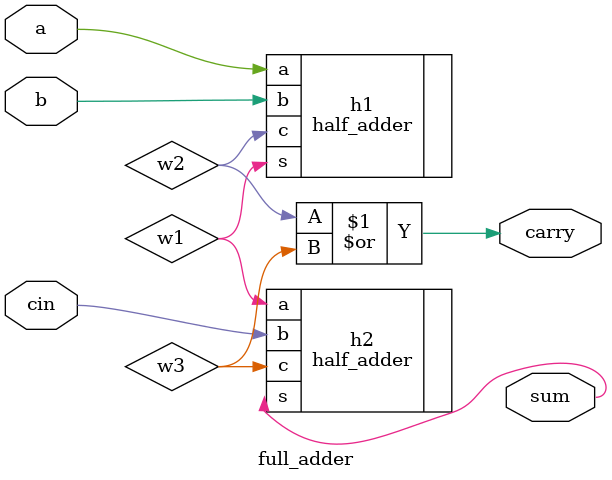
<source format=v>
module full_adder(a,b,cin,carry,sum);
	input a,b,cin;
	output sum,carry;
	wire w1,w2,w3;

	//	assign sum=a^b^cin;
	//	assign carry=a&b|(c&(a^b))


	half_adder h1(.a(a), .b(b), .s(w1), .c(w2));
	half_adder h2(.a(w1), .b(cin), .s(sum), .c(w3));
	or c1(carry,w2,w3);
endmodule

</source>
